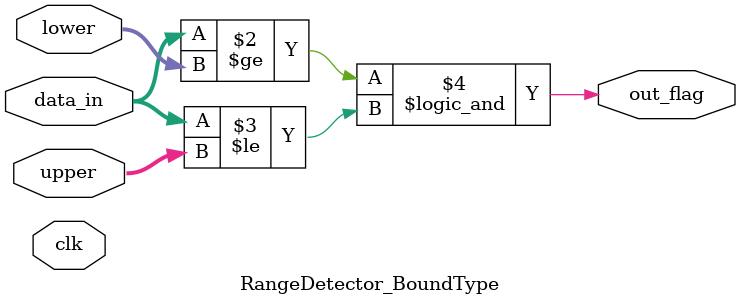
<source format=sv>
module RangeDetector_BoundType #(
    parameter WIDTH = 8,
    parameter INCLUSIVE = 1 // 0:exclusive
)(
    input clk,
    input [WIDTH-1:0] data_in,
    input [WIDTH-1:0] lower,
    input [WIDTH-1:0] upper,
    output reg out_flag
);
always @(*) begin
    if(INCLUSIVE)
        out_flag = (data_in >= lower) && (data_in <= upper);
    else
        out_flag = (data_in > lower) && (data_in < upper);
end
endmodule
</source>
